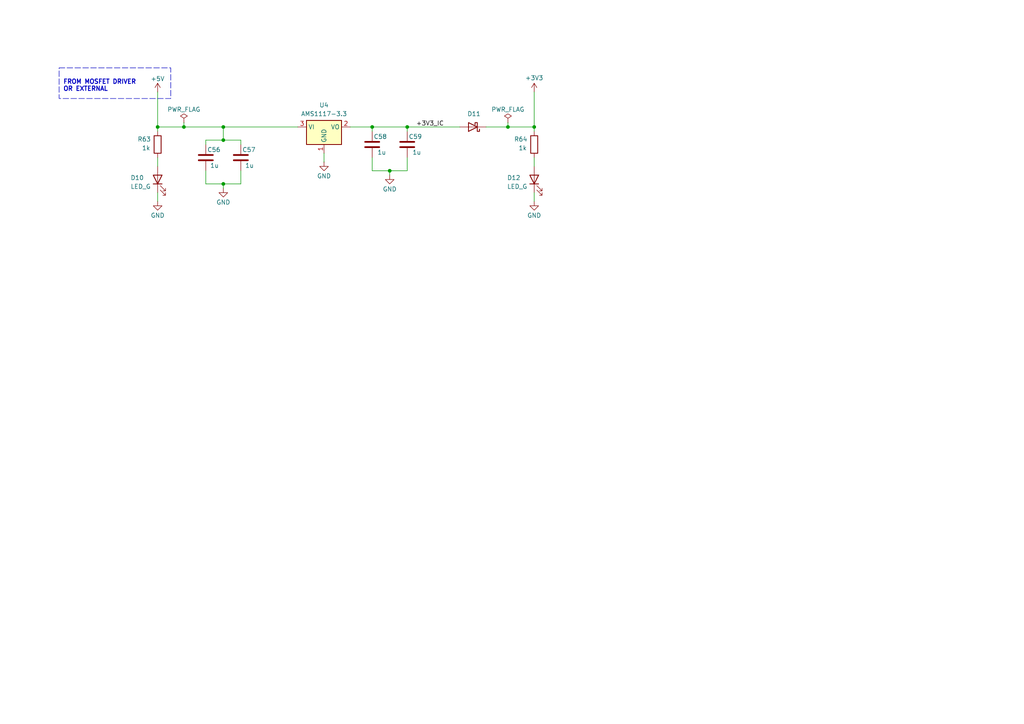
<source format=kicad_sch>
(kicad_sch (version 20231120) (generator "eeschema") (generator_version "8.0")
  (paper "A4")
  (lib_symbols
    (symbol "Device:C" (pin_numbers hide) (pin_names (offset 0.254))
      (property "Reference" "C" (at 0.635 2.54 0))
      (property "Value" "C" (at 0.635 -2.54 0))
      (symbol "C_0_1"
        (polyline (pts (xy -2.032 -0.762) (xy 2.032 -0.762)) (stroke (width 0.508)))
        (polyline (pts (xy -2.032 0.762) (xy 2.032 0.762)) (stroke (width 0.508)))
      )
      (symbol "C_1_1"
        (pin passive line (at 0 3.81 270) (length 2.794) (name "~") (number "1"))
        (pin passive line (at 0 -3.81 90) (length 2.794) (name "~") (number "2"))
      )
    )
    (symbol "Device:D_Schottky" (pin_numbers hide) (pin_names (offset 1.016) hide)
      (property "Reference" "D" (at 0 2.54 0))
      (property "Value" "D_Schottky" (at 0 -2.54 0))
      (symbol "D_Schottky_0_1"
        (polyline (pts (xy 1.27 0) (xy -1.27 0)))
        (polyline (pts (xy 1.27 1.27) (xy 1.27 -1.27) (xy -1.27 0) (xy 1.27 1.27)) (stroke (width 0.254)))
        (polyline (pts (xy -1.905 0.635) (xy -1.905 1.27) (xy -1.27 1.27) (xy -1.27 -1.27) (xy -0.635 -1.27) (xy -0.635 -0.635)) (stroke (width 0.254)))
      )
      (symbol "D_Schottky_1_1"
        (pin passive line (at -3.81 0 0) (length 2.54) (name "K") (number "1"))
        (pin passive line (at 3.81 0 180) (length 2.54) (name "A") (number "2"))
      )
    )
    (symbol "Device:LED" (pin_numbers hide) (pin_names (offset 1.016) hide)
      (property "Reference" "D" (at 0 2.54 0))
      (property "Value" "LED" (at 0 -2.54 0))
      (symbol "LED_0_1"
        (polyline (pts (xy -1.27 -1.27) (xy -1.27 1.27)) (stroke (width 0.254)))
        (polyline (pts (xy -1.27 0) (xy 1.27 0)))
        (polyline (pts (xy 1.27 -1.27) (xy 1.27 1.27) (xy -1.27 0) (xy 1.27 -1.27)) (stroke (width 0.254)))
        (polyline (pts (xy -3.048 -0.762) (xy -4.572 -2.286) (xy -3.81 -2.286) (xy -4.572 -2.286) (xy -4.572 -1.524)))
        (polyline (pts (xy -1.778 -0.762) (xy -3.302 -2.286) (xy -2.54 -2.286) (xy -3.302 -2.286) (xy -3.302 -1.524)))
      )
      (symbol "LED_1_1"
        (pin passive line (at -3.81 0 0) (length 2.54) (name "K") (number "1"))
        (pin passive line (at 3.81 0 180) (length 2.54) (name "A") (number "2"))
      )
    )
    (symbol "Device:R" (pin_numbers hide) (pin_names (offset 0))
      (property "Reference" "R" (at 2.032 0 90))
      (property "Value" "R" (at 0 0 90))
      (symbol "R_0_1"
        (rectangle (start -1.016 -2.54) (end 1.016 2.54) (stroke (width 0.254)))
      )
      (symbol "R_1_1"
        (pin passive line (at 0 3.81 270) (length 1.27) (name "~") (number "1"))
        (pin passive line (at 0 -3.81 90) (length 1.27) (name "~") (number "2"))
      )
    )
    (symbol "Regulator_Linear:AMS1117-3.3"
      (property "Reference" "U" (at -3.81 3.175 0))
      (property "Value" "AMS1117-3.3" (at 0 3.175 0))
      (symbol "AMS1117-3.3_0_1"
        (rectangle (start -5.08 -5.08) (end 5.08 1.905) (stroke (width 0.254)) (fill (type background)))
      )
      (symbol "AMS1117-3.3_1_1"
        (pin power_in line (at 0 -7.62 90) (length 2.54) (name "GND") (number "1"))
        (pin power_out line (at 7.62 0 180) (length 2.54) (name "VO") (number "2"))
        (pin power_in line (at -7.62 0 0) (length 2.54) (name "VI") (number "3"))
      )
    )
    (symbol "power:+3V3" (power) (pin_numbers hide) (pin_names (offset 0) hide)
      (property "Value" "+3V3" (at 0 3.556 0))
      (symbol "+3V3_0_1"
        (polyline (pts (xy -0.762 1.27) (xy 0 2.54)))
        (polyline (pts (xy 0 0) (xy 0 2.54)))
        (polyline (pts (xy 0 2.54) (xy 0.762 1.27)))
      )
      (symbol "+3V3_1_1"
        (pin power_in line (at 0 0 90) (length 0) (name "~") (number "1"))
      )
    )
    (symbol "power:+5V" (power) (pin_numbers hide) (pin_names (offset 0) hide)
      (property "Value" "+5V" (at 0 3.556 0))
      (symbol "+5V_0_1"
        (polyline (pts (xy -0.762 1.27) (xy 0 2.54)))
        (polyline (pts (xy 0 0) (xy 0 2.54)))
        (polyline (pts (xy 0 2.54) (xy 0.762 1.27)))
      )
      (symbol "+5V_1_1"
        (pin power_in line (at 0 0 90) (length 0) (name "~") (number "1"))
      )
    )
    (symbol "power:GND" (power) (pin_numbers hide) (pin_names (offset 0) hide)
      (property "Value" "GND" (at 0 -3.81 0))
      (symbol "GND_0_1"
        (polyline (pts (xy 0 0) (xy 0 -1.27) (xy 1.27 -1.27) (xy 0 -2.54) (xy -1.27 -1.27) (xy 0 -1.27)))
      )
      (symbol "GND_1_1"
        (pin power_in line (at 0 0 270) (length 0) (name "~") (number "1"))
      )
    )
    (symbol "power:PWR_FLAG" (power) (pin_numbers hide) (pin_names (offset 0) hide)
      (property "Value" "PWR_FLAG" (at 0 3.81 0))
      (symbol "PWR_FLAG_0_0"
        (pin power_out line (at 0 0 90) (length 0) (name "~") (number "1"))
      )
      (symbol "PWR_FLAG_0_1"
        (polyline (pts (xy 0 0) (xy 0 1.27) (xy -1.016 1.905) (xy 0 2.54) (xy 1.016 1.905) (xy 0 1.27)))
      )
    )
  )
  (junction (at 107.95 36.83))
  (junction (at 113.03 49.53))
  (junction (at 45.72 36.83))
  (junction (at 64.77 36.83))
  (junction (at 147.32 36.83))
  (junction (at 53.34 36.83))
  (junction (at 154.94 36.83))
  (junction (at 64.77 53.34))
  (junction (at 64.77 40.64))
  (junction (at 118.11 36.83))
  (wire (pts (xy 118.11 36.83) (xy 133.35 36.83)))
  (wire (pts (xy 154.94 26.67) (xy 154.94 36.83)))
  (wire (pts (xy 154.94 36.83) (xy 154.94 38.1)))
  (wire (pts (xy 45.72 26.67) (xy 45.72 36.83)))
  (wire (pts (xy 154.94 45.72) (xy 154.94 48.26)))
  (wire (pts (xy 64.77 54.61) (xy 64.77 53.34)))
  (wire (pts (xy 69.85 40.64) (xy 69.85 41.91)))
  (wire (pts (xy 154.94 55.88) (xy 154.94 58.42)))
  (wire (pts (xy 59.69 41.91) (xy 59.69 40.64)))
  (wire (pts (xy 59.69 49.53) (xy 59.69 53.34)))
  (wire (pts (xy 69.85 53.34) (xy 64.77 53.34)))
  (wire (pts (xy 45.72 36.83) (xy 45.72 38.1)))
  (wire (pts (xy 59.69 53.34) (xy 64.77 53.34)))
  (wire (pts (xy 113.03 50.8) (xy 113.03 49.53)))
  (wire (pts (xy 53.34 35.56) (xy 53.34 36.83)))
  (wire (pts (xy 118.11 49.53) (xy 113.03 49.53)))
  (wire (pts (xy 107.95 38.1) (xy 107.95 36.83)))
  (wire (pts (xy 45.72 36.83) (xy 53.34 36.83)))
  (wire (pts (xy 93.98 44.45) (xy 93.98 46.99)))
  (wire (pts (xy 147.32 36.83) (xy 154.94 36.83)))
  (wire (pts (xy 69.85 49.53) (xy 69.85 53.34)))
  (wire (pts (xy 107.95 49.53) (xy 113.03 49.53)))
  (wire (pts (xy 118.11 45.72) (xy 118.11 49.53)))
  (wire (pts (xy 118.11 36.83) (xy 118.11 38.1)))
  (wire (pts (xy 101.6 36.83) (xy 107.95 36.83)))
  (wire (pts (xy 45.72 55.88) (xy 45.72 58.42)))
  (wire (pts (xy 107.95 45.72) (xy 107.95 49.53)))
  (wire (pts (xy 107.95 36.83) (xy 118.11 36.83)))
  (wire (pts (xy 147.32 35.56) (xy 147.32 36.83)))
  (wire (pts (xy 64.77 36.83) (xy 64.77 40.64)))
  (wire (pts (xy 64.77 40.64) (xy 69.85 40.64)))
  (wire (pts (xy 59.69 40.64) (xy 64.77 40.64)))
  (wire (pts (xy 45.72 45.72) (xy 45.72 48.26)))
  (wire (pts (xy 140.97 36.83) (xy 147.32 36.83)))
  (wire (pts (xy 64.77 36.83) (xy 86.36 36.83)))
  (wire (pts (xy 53.34 36.83) (xy 64.77 36.83)))
  (rectangle (start 17.145 19.685) (end 49.53 28.575) (stroke (width 0) (type dash)))
  (text "FROM MOSFET DRIVER\nOR EXTERNAL" (at 18.288 24.892 0) (effects (font (size 1.27 1.27) (thickness 0.254) (bold yes)) (justify left)))
  (label "+3V3_IC" (at 120.65 36.83 0))
  (symbol (lib_id "power:GND") (at 64.77 54.61 0) (unit 1)
    (property "Reference" "#PWR090" (effects (hide yes)))
    (property "Value" "GND" (at 64.77 58.674 0))
    (property "Description" "Power symbol creates a global label with name \"GND\" , ground" (effects (hide yes)))
  )
  (symbol (lib_id "Device:D_Schottky") (at 137.16 36.83 180) (unit 1)
    (property "Reference" "D11" (at 137.4775 33.02 0))
    (property "Value" "D_Schottky" (effects (hide yes)))
    (property "Description" "Schottky diode" (effects (hide yes)))
  )
  (symbol (lib_id "Device:C") (at 59.69 45.72 180) (unit 1)
    (property "Reference" "C56" (at 64.008 43.434 0) (effects (justify left)))
    (property "Value" "1u" (at 63.5 48.006 0) (effects (justify left)))
    (property "Description" "Unpolarized capacitor" (effects (hide yes)))
  )
  (symbol (lib_id "Device:C") (at 69.85 45.72 180) (unit 1)
    (property "Reference" "C57" (at 74.168 43.434 0) (effects (justify left)))
    (property "Value" "1u" (at 73.66 48.006 0) (effects (justify left)))
    (property "Description" "Unpolarized capacitor" (effects (hide yes)))
  )
  (symbol (lib_id "power:GND") (at 154.94 58.42 0) (unit 1)
    (property "Reference" "#PWR093" (effects (hide yes)))
    (property "Value" "GND" (at 154.94 62.484 0))
    (property "Description" "Power symbol creates a global label with name \"GND\" , ground" (effects (hide yes)))
  )
  (symbol (lib_id "power:PWR_FLAG") (at 53.34 35.56 0) (unit 1)
    (property "Reference" "#FLG03" (effects (hide yes)))
    (property "Value" "PWR_FLAG" (at 53.34 31.75 0))
    (property "Description" "Special symbol for telling ERC where power comes from" (effects (hide yes)))
  )
  (symbol (lib_id "Device:R") (at 154.94 41.91 180) (unit 1)
    (property "Reference" "R64" (at 149.098 40.386 0) (effects (justify right)))
    (property "Value" "1k" (at 150.368 42.926 0) (effects (justify right)))
    (property "Description" "Resistor" (effects (hide yes)))
  )
  (symbol (lib_id "Regulator_Linear:AMS1117-3.3") (at 93.98 36.83 0) (unit 1)
    (property "Reference" "U4" (at 93.98 30.48 0))
    (property "Value" "AMS1117-3.3" (at 93.98 33.02 0))
    (property "Footprint" "Package_TO_SOT_SMD:SOT-223-3_TabPin2" (effects (hide yes)))
    (property "Datasheet" "http://www.advanced-monolithic.com/pdf/ds1117.pdf" (effects (hide yes)))
    (property "Description" "1A Low Dropout regulator, positive, 3.3V fixed output, SOT-223" (effects (hide yes)))
  )
  (symbol (lib_id "power:GND") (at 113.03 50.8 0) (unit 1)
    (property "Reference" "#PWR092" (effects (hide yes)))
    (property "Value" "GND" (at 113.03 54.864 0))
    (property "Description" "Power symbol creates a global label with name \"GND\" , ground" (effects (hide yes)))
  )
  (symbol (lib_id "Device:R") (at 45.72 41.91 180) (unit 1)
    (property "Reference" "R63" (at 39.878 40.386 0) (effects (justify right)))
    (property "Value" "1k" (at 41.148 42.926 0) (effects (justify right)))
    (property "Description" "Resistor" (effects (hide yes)))
  )
  (symbol (lib_id "Device:LED") (at 154.94 52.07 90) (unit 1)
    (property "Reference" "D12" (at 147.066 51.562 90) (effects (justify right)))
    (property "Value" "LED_G" (at 147.066 54.102 90) (effects (justify right)))
    (property "Description" "Light emitting diode" (effects (hide yes)))
  )
  (symbol (lib_id "power:+3V3") (at 154.94 26.67 0) (unit 1)
    (property "Reference" "#PWR094" (effects (hide yes)))
    (property "Value" "+3V3" (at 154.94 22.606 0))
    (property "Description" "Power symbol creates a global label with name \"+3V3\"" (effects (hide yes)))
  )
  (symbol (lib_id "Device:LED") (at 45.72 52.07 90) (unit 1)
    (property "Reference" "D10" (at 37.846 51.562 90) (effects (justify right)))
    (property "Value" "LED_G" (at 37.846 54.102 90) (effects (justify right)))
    (property "Description" "Light emitting diode" (effects (hide yes)))
  )
  (symbol (lib_id "power:+5V") (at 45.72 26.67 0) (unit 1)
    (property "Reference" "#PWR089" (effects (hide yes)))
    (property "Value" "+5V" (at 45.72 22.86 0))
    (property "Description" "Power symbol creates a global label with name \"+5V\"" (effects (hide yes)))
  )
  (symbol (lib_id "Device:C") (at 107.95 41.91 180) (unit 1)
    (property "Reference" "C58" (at 112.268 39.624 0) (effects (justify left)))
    (property "Value" "1u" (at 112.014 44.196 0) (effects (justify left)))
    (property "Description" "Unpolarized capacitor" (effects (hide yes)))
  )
  (symbol (lib_id "power:GND") (at 45.72 58.42 0) (unit 1)
    (property "Reference" "#PWR088" (effects (hide yes)))
    (property "Value" "GND" (at 45.72 62.484 0))
    (property "Description" "Power symbol creates a global label with name \"GND\" , ground" (effects (hide yes)))
  )
  (symbol (lib_id "power:GND") (at 93.98 46.99 0) (unit 1)
    (property "Reference" "#PWR091" (effects (hide yes)))
    (property "Value" "GND" (at 93.98 51.054 0))
    (property "Description" "Power symbol creates a global label with name \"GND\" , ground" (effects (hide yes)))
  )
  (symbol (lib_id "Device:C") (at 118.11 41.91 180) (unit 1)
    (property "Reference" "C59" (at 122.428 39.624 0) (effects (justify left)))
    (property "Value" "1u" (at 122.174 44.196 0) (effects (justify left)))
    (property "Description" "Unpolarized capacitor" (effects (hide yes)))
  )
  (symbol (lib_id "power:PWR_FLAG") (at 147.32 35.56 0) (unit 1)
    (property "Reference" "#FLG04" (effects (hide yes)))
    (property "Value" "PWR_FLAG" (at 147.32 31.75 0))
    (property "Description" "Special symbol for telling ERC where power comes from" (effects (hide yes)))
  )
)
</source>
